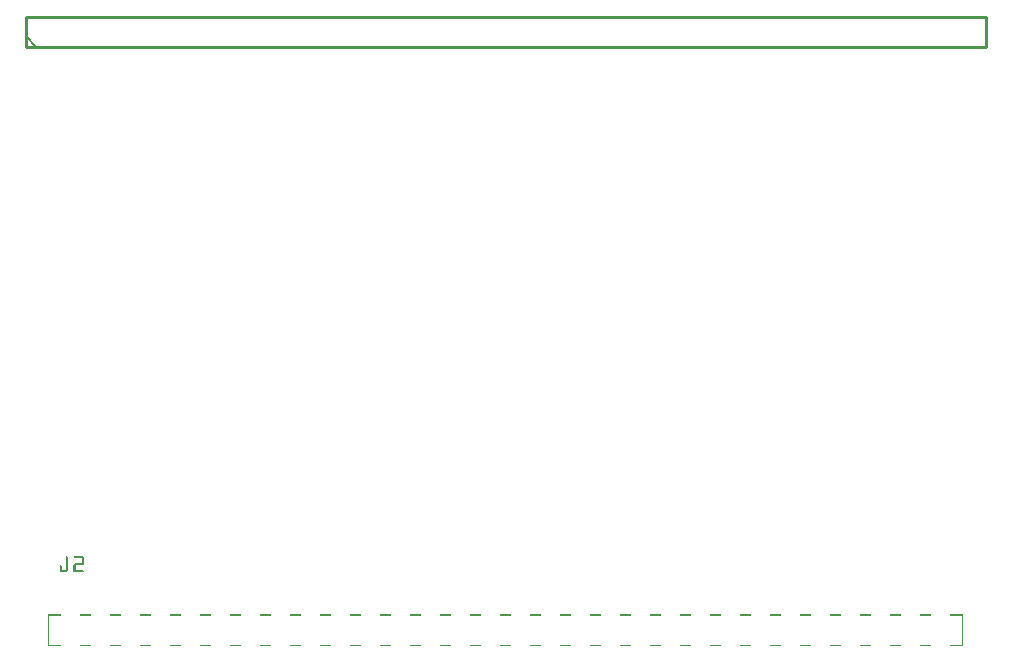
<source format=gto>
G04 MADE WITH FRITZING*
G04 WWW.FRITZING.ORG*
G04 DOUBLE SIDED*
G04 HOLES PLATED*
G04 CONTOUR ON CENTER OF CONTOUR VECTOR*
%ASAXBY*%
%FSLAX23Y23*%
%MOIN*%
%OFA0B0*%
%SFA1.0B1.0*%
%ADD10C,0.010000*%
%ADD11C,0.005000*%
%ADD12R,0.001000X0.001000*%
%LNSILK1*%
G90*
G70*
G54D10*
X171Y2086D02*
X3371Y2086D01*
D02*
X3371Y2086D02*
X3371Y2186D01*
D02*
X3371Y2186D02*
X171Y2186D01*
D02*
X171Y2186D02*
X171Y2086D01*
G54D11*
D02*
X206Y2086D02*
X171Y2121D01*
G54D12*
X307Y387D02*
X310Y387D01*
X333Y387D02*
X361Y387D01*
X306Y386D02*
X311Y386D01*
X332Y386D02*
X362Y386D01*
X306Y385D02*
X311Y385D01*
X331Y385D02*
X363Y385D01*
X305Y384D02*
X311Y384D01*
X331Y384D02*
X364Y384D01*
X305Y383D02*
X311Y383D01*
X332Y383D02*
X364Y383D01*
X305Y382D02*
X311Y382D01*
X332Y382D02*
X365Y382D01*
X305Y381D02*
X311Y381D01*
X333Y381D02*
X365Y381D01*
X305Y380D02*
X311Y380D01*
X359Y380D02*
X365Y380D01*
X305Y379D02*
X311Y379D01*
X359Y379D02*
X365Y379D01*
X305Y378D02*
X311Y378D01*
X359Y378D02*
X365Y378D01*
X305Y377D02*
X311Y377D01*
X359Y377D02*
X365Y377D01*
X305Y376D02*
X311Y376D01*
X359Y376D02*
X365Y376D01*
X305Y375D02*
X311Y375D01*
X359Y375D02*
X365Y375D01*
X305Y374D02*
X311Y374D01*
X359Y374D02*
X365Y374D01*
X305Y373D02*
X311Y373D01*
X359Y373D02*
X365Y373D01*
X305Y372D02*
X311Y372D01*
X359Y372D02*
X365Y372D01*
X305Y371D02*
X311Y371D01*
X359Y371D02*
X365Y371D01*
X305Y370D02*
X311Y370D01*
X359Y370D02*
X365Y370D01*
X305Y369D02*
X311Y369D01*
X359Y369D02*
X365Y369D01*
X305Y368D02*
X311Y368D01*
X359Y368D02*
X365Y368D01*
X305Y367D02*
X311Y367D01*
X359Y367D02*
X365Y367D01*
X305Y366D02*
X311Y366D01*
X359Y366D02*
X365Y366D01*
X305Y365D02*
X311Y365D01*
X359Y365D02*
X365Y365D01*
X305Y364D02*
X311Y364D01*
X358Y364D02*
X365Y364D01*
X305Y363D02*
X311Y363D01*
X335Y363D02*
X365Y363D01*
X305Y362D02*
X311Y362D01*
X334Y362D02*
X365Y362D01*
X305Y361D02*
X311Y361D01*
X333Y361D02*
X364Y361D01*
X305Y360D02*
X311Y360D01*
X332Y360D02*
X364Y360D01*
X305Y359D02*
X311Y359D01*
X332Y359D02*
X363Y359D01*
X287Y358D02*
X288Y358D01*
X305Y358D02*
X311Y358D01*
X331Y358D02*
X361Y358D01*
X286Y357D02*
X290Y357D01*
X305Y357D02*
X311Y357D01*
X331Y357D02*
X338Y357D01*
X285Y356D02*
X290Y356D01*
X305Y356D02*
X311Y356D01*
X331Y356D02*
X337Y356D01*
X285Y355D02*
X291Y355D01*
X305Y355D02*
X311Y355D01*
X331Y355D02*
X337Y355D01*
X285Y354D02*
X291Y354D01*
X305Y354D02*
X311Y354D01*
X331Y354D02*
X337Y354D01*
X285Y353D02*
X291Y353D01*
X305Y353D02*
X311Y353D01*
X331Y353D02*
X337Y353D01*
X285Y352D02*
X291Y352D01*
X305Y352D02*
X311Y352D01*
X331Y352D02*
X337Y352D01*
X285Y351D02*
X291Y351D01*
X305Y351D02*
X311Y351D01*
X331Y351D02*
X337Y351D01*
X285Y350D02*
X291Y350D01*
X305Y350D02*
X311Y350D01*
X331Y350D02*
X337Y350D01*
X285Y349D02*
X291Y349D01*
X305Y349D02*
X311Y349D01*
X331Y349D02*
X337Y349D01*
X285Y348D02*
X291Y348D01*
X305Y348D02*
X311Y348D01*
X331Y348D02*
X337Y348D01*
X285Y347D02*
X291Y347D01*
X305Y347D02*
X311Y347D01*
X331Y347D02*
X337Y347D01*
X285Y346D02*
X291Y346D01*
X305Y346D02*
X311Y346D01*
X331Y346D02*
X337Y346D01*
X285Y345D02*
X291Y345D01*
X305Y345D02*
X311Y345D01*
X331Y345D02*
X337Y345D01*
X285Y344D02*
X291Y344D01*
X305Y344D02*
X311Y344D01*
X331Y344D02*
X337Y344D01*
X285Y343D02*
X291Y343D01*
X305Y343D02*
X311Y343D01*
X331Y343D02*
X337Y343D01*
X285Y342D02*
X291Y342D01*
X305Y342D02*
X311Y342D01*
X331Y342D02*
X337Y342D01*
X285Y341D02*
X292Y341D01*
X304Y341D02*
X311Y341D01*
X331Y341D02*
X337Y341D01*
X286Y340D02*
X311Y340D01*
X331Y340D02*
X363Y340D01*
X286Y339D02*
X310Y339D01*
X331Y339D02*
X364Y339D01*
X287Y338D02*
X310Y338D01*
X331Y338D02*
X365Y338D01*
X287Y337D02*
X309Y337D01*
X331Y337D02*
X365Y337D01*
X288Y336D02*
X308Y336D01*
X331Y336D02*
X365Y336D01*
X290Y335D02*
X306Y335D01*
X331Y335D02*
X364Y335D01*
X292Y334D02*
X304Y334D01*
X331Y334D02*
X363Y334D01*
X245Y193D02*
X290Y193D01*
X352Y193D02*
X390Y193D01*
X452Y193D02*
X490Y193D01*
X552Y193D02*
X590Y193D01*
X652Y193D02*
X690Y193D01*
X752Y193D02*
X790Y193D01*
X852Y193D02*
X890Y193D01*
X952Y193D02*
X990Y193D01*
X1052Y193D02*
X1090Y193D01*
X1152Y193D02*
X1190Y193D01*
X1252Y193D02*
X1290Y193D01*
X1352Y193D02*
X1390Y193D01*
X1452Y193D02*
X1490Y193D01*
X1552Y193D02*
X1590Y193D01*
X1652Y193D02*
X1690Y193D01*
X1752Y193D02*
X1790Y193D01*
X1852Y193D02*
X1890Y193D01*
X1952Y193D02*
X1990Y193D01*
X2052Y193D02*
X2090Y193D01*
X2152Y193D02*
X2190Y193D01*
X2252Y193D02*
X2290Y193D01*
X2352Y193D02*
X2390Y193D01*
X2452Y193D02*
X2490Y193D01*
X2552Y193D02*
X2590Y193D01*
X2652Y193D02*
X2690Y193D01*
X2752Y193D02*
X2790Y193D01*
X2852Y193D02*
X2890Y193D01*
X2952Y193D02*
X2990Y193D01*
X3052Y193D02*
X3090Y193D01*
X3152Y193D02*
X3190Y193D01*
X3252Y193D02*
X3296Y193D01*
X245Y192D02*
X290Y192D01*
X352Y192D02*
X390Y192D01*
X452Y192D02*
X490Y192D01*
X552Y192D02*
X590Y192D01*
X652Y192D02*
X690Y192D01*
X752Y192D02*
X790Y192D01*
X852Y192D02*
X890Y192D01*
X952Y192D02*
X990Y192D01*
X1052Y192D02*
X1090Y192D01*
X1152Y192D02*
X1190Y192D01*
X1252Y192D02*
X1290Y192D01*
X1352Y192D02*
X1390Y192D01*
X1452Y192D02*
X1490Y192D01*
X1552Y192D02*
X1590Y192D01*
X1652Y192D02*
X1690Y192D01*
X1752Y192D02*
X1790Y192D01*
X1852Y192D02*
X1890Y192D01*
X1952Y192D02*
X1990Y192D01*
X2052Y192D02*
X2090Y192D01*
X2152Y192D02*
X2190Y192D01*
X2252Y192D02*
X2290Y192D01*
X2352Y192D02*
X2390Y192D01*
X2452Y192D02*
X2490Y192D01*
X2552Y192D02*
X2590Y192D01*
X2652Y192D02*
X2690Y192D01*
X2752Y192D02*
X2790Y192D01*
X2852Y192D02*
X2890Y192D01*
X2952Y192D02*
X2990Y192D01*
X3052Y192D02*
X3090Y192D01*
X3152Y192D02*
X3190Y192D01*
X3252Y192D02*
X3296Y192D01*
X245Y191D02*
X290Y191D01*
X352Y191D02*
X390Y191D01*
X452Y191D02*
X490Y191D01*
X552Y191D02*
X590Y191D01*
X652Y191D02*
X690Y191D01*
X752Y191D02*
X790Y191D01*
X852Y191D02*
X890Y191D01*
X952Y191D02*
X990Y191D01*
X1052Y191D02*
X1090Y191D01*
X1152Y191D02*
X1190Y191D01*
X1252Y191D02*
X1290Y191D01*
X1352Y191D02*
X1390Y191D01*
X1452Y191D02*
X1490Y191D01*
X1552Y191D02*
X1590Y191D01*
X1652Y191D02*
X1690Y191D01*
X1752Y191D02*
X1790Y191D01*
X1852Y191D02*
X1890Y191D01*
X1952Y191D02*
X1990Y191D01*
X2052Y191D02*
X2090Y191D01*
X2152Y191D02*
X2190Y191D01*
X2252Y191D02*
X2290Y191D01*
X2352Y191D02*
X2390Y191D01*
X2452Y191D02*
X2490Y191D01*
X2552Y191D02*
X2590Y191D01*
X2652Y191D02*
X2690Y191D01*
X2752Y191D02*
X2790Y191D01*
X2852Y191D02*
X2890Y191D01*
X2952Y191D02*
X2990Y191D01*
X3052Y191D02*
X3090Y191D01*
X3152Y191D02*
X3190Y191D01*
X3252Y191D02*
X3296Y191D01*
X245Y190D02*
X290Y190D01*
X352Y190D02*
X390Y190D01*
X452Y190D02*
X490Y190D01*
X552Y190D02*
X590Y190D01*
X652Y190D02*
X690Y190D01*
X752Y190D02*
X790Y190D01*
X852Y190D02*
X890Y190D01*
X952Y190D02*
X990Y190D01*
X1052Y190D02*
X1090Y190D01*
X1152Y190D02*
X1190Y190D01*
X1252Y190D02*
X1290Y190D01*
X1352Y190D02*
X1390Y190D01*
X1452Y190D02*
X1490Y190D01*
X1552Y190D02*
X1590Y190D01*
X1652Y190D02*
X1690Y190D01*
X1752Y190D02*
X1790Y190D01*
X1852Y190D02*
X1890Y190D01*
X1952Y190D02*
X1990Y190D01*
X2052Y190D02*
X2090Y190D01*
X2152Y190D02*
X2190Y190D01*
X2252Y190D02*
X2290Y190D01*
X2352Y190D02*
X2390Y190D01*
X2452Y190D02*
X2490Y190D01*
X2552Y190D02*
X2590Y190D01*
X2652Y190D02*
X2690Y190D01*
X2752Y190D02*
X2790Y190D01*
X2852Y190D02*
X2890Y190D01*
X2952Y190D02*
X2990Y190D01*
X3052Y190D02*
X3090Y190D01*
X3152Y190D02*
X3190Y190D01*
X3252Y190D02*
X3296Y190D01*
X245Y189D02*
X248Y189D01*
X3293Y189D02*
X3296Y189D01*
X245Y188D02*
X248Y188D01*
X3293Y188D02*
X3296Y188D01*
X245Y187D02*
X248Y187D01*
X3293Y187D02*
X3296Y187D01*
X245Y186D02*
X248Y186D01*
X3293Y186D02*
X3296Y186D01*
X245Y185D02*
X248Y185D01*
X3293Y185D02*
X3296Y185D01*
X245Y184D02*
X248Y184D01*
X3293Y184D02*
X3296Y184D01*
X245Y183D02*
X248Y183D01*
X3293Y183D02*
X3296Y183D01*
X245Y182D02*
X248Y182D01*
X3293Y182D02*
X3296Y182D01*
X245Y181D02*
X248Y181D01*
X3293Y181D02*
X3296Y181D01*
X245Y180D02*
X248Y180D01*
X3293Y180D02*
X3296Y180D01*
X245Y179D02*
X248Y179D01*
X3293Y179D02*
X3296Y179D01*
X245Y178D02*
X248Y178D01*
X3293Y178D02*
X3296Y178D01*
X245Y177D02*
X248Y177D01*
X3293Y177D02*
X3296Y177D01*
X245Y176D02*
X248Y176D01*
X3293Y176D02*
X3296Y176D01*
X245Y175D02*
X248Y175D01*
X3293Y175D02*
X3296Y175D01*
X245Y174D02*
X248Y174D01*
X3293Y174D02*
X3296Y174D01*
X245Y173D02*
X248Y173D01*
X3293Y173D02*
X3296Y173D01*
X245Y172D02*
X248Y172D01*
X3293Y172D02*
X3296Y172D01*
X245Y171D02*
X248Y171D01*
X3293Y171D02*
X3296Y171D01*
X245Y170D02*
X248Y170D01*
X3293Y170D02*
X3296Y170D01*
X245Y169D02*
X248Y169D01*
X3293Y169D02*
X3296Y169D01*
X245Y168D02*
X248Y168D01*
X3293Y168D02*
X3296Y168D01*
X245Y167D02*
X248Y167D01*
X3293Y167D02*
X3296Y167D01*
X245Y166D02*
X248Y166D01*
X3293Y166D02*
X3296Y166D01*
X245Y165D02*
X248Y165D01*
X3293Y165D02*
X3296Y165D01*
X245Y164D02*
X248Y164D01*
X3293Y164D02*
X3296Y164D01*
X245Y163D02*
X248Y163D01*
X3293Y163D02*
X3296Y163D01*
X245Y162D02*
X248Y162D01*
X3293Y162D02*
X3296Y162D01*
X245Y161D02*
X248Y161D01*
X3293Y161D02*
X3296Y161D01*
X245Y160D02*
X248Y160D01*
X3293Y160D02*
X3296Y160D01*
X245Y159D02*
X248Y159D01*
X3293Y159D02*
X3296Y159D01*
X245Y158D02*
X248Y158D01*
X3293Y158D02*
X3296Y158D01*
X245Y157D02*
X248Y157D01*
X3293Y157D02*
X3296Y157D01*
X245Y156D02*
X248Y156D01*
X3293Y156D02*
X3296Y156D01*
X245Y155D02*
X248Y155D01*
X3293Y155D02*
X3296Y155D01*
X245Y154D02*
X248Y154D01*
X3293Y154D02*
X3296Y154D01*
X245Y153D02*
X248Y153D01*
X3293Y153D02*
X3296Y153D01*
X245Y152D02*
X248Y152D01*
X3293Y152D02*
X3296Y152D01*
X245Y151D02*
X248Y151D01*
X3293Y151D02*
X3296Y151D01*
X245Y150D02*
X248Y150D01*
X3293Y150D02*
X3296Y150D01*
X245Y149D02*
X248Y149D01*
X3293Y149D02*
X3296Y149D01*
X245Y148D02*
X248Y148D01*
X3293Y148D02*
X3296Y148D01*
X245Y147D02*
X248Y147D01*
X3293Y147D02*
X3296Y147D01*
X245Y146D02*
X248Y146D01*
X3293Y146D02*
X3296Y146D01*
X245Y145D02*
X248Y145D01*
X3293Y145D02*
X3296Y145D01*
X245Y144D02*
X248Y144D01*
X3293Y144D02*
X3296Y144D01*
X245Y143D02*
X248Y143D01*
X3293Y143D02*
X3296Y143D01*
X245Y142D02*
X248Y142D01*
X3293Y142D02*
X3296Y142D01*
X245Y141D02*
X248Y141D01*
X3293Y141D02*
X3296Y141D01*
X245Y140D02*
X248Y140D01*
X3293Y140D02*
X3296Y140D01*
X245Y139D02*
X248Y139D01*
X3293Y139D02*
X3296Y139D01*
X245Y138D02*
X248Y138D01*
X3293Y138D02*
X3296Y138D01*
X245Y137D02*
X248Y137D01*
X3293Y137D02*
X3296Y137D01*
X245Y136D02*
X248Y136D01*
X3293Y136D02*
X3296Y136D01*
X245Y135D02*
X248Y135D01*
X3293Y135D02*
X3296Y135D01*
X245Y134D02*
X248Y134D01*
X3293Y134D02*
X3296Y134D01*
X245Y133D02*
X248Y133D01*
X3293Y133D02*
X3296Y133D01*
X245Y132D02*
X248Y132D01*
X3293Y132D02*
X3296Y132D01*
X245Y131D02*
X248Y131D01*
X3293Y131D02*
X3296Y131D01*
X245Y130D02*
X248Y130D01*
X3293Y130D02*
X3296Y130D01*
X245Y129D02*
X248Y129D01*
X3293Y129D02*
X3296Y129D01*
X245Y128D02*
X248Y128D01*
X3293Y128D02*
X3296Y128D01*
X245Y127D02*
X248Y127D01*
X3293Y127D02*
X3296Y127D01*
X245Y126D02*
X248Y126D01*
X3293Y126D02*
X3296Y126D01*
X245Y125D02*
X248Y125D01*
X3293Y125D02*
X3296Y125D01*
X245Y124D02*
X248Y124D01*
X3293Y124D02*
X3296Y124D01*
X245Y123D02*
X248Y123D01*
X3293Y123D02*
X3296Y123D01*
X245Y122D02*
X248Y122D01*
X3293Y122D02*
X3296Y122D01*
X245Y121D02*
X248Y121D01*
X3293Y121D02*
X3296Y121D01*
X245Y120D02*
X248Y120D01*
X3293Y120D02*
X3296Y120D01*
X245Y119D02*
X248Y119D01*
X3293Y119D02*
X3296Y119D01*
X245Y118D02*
X248Y118D01*
X3293Y118D02*
X3296Y118D01*
X245Y117D02*
X248Y117D01*
X3293Y117D02*
X3296Y117D01*
X245Y116D02*
X248Y116D01*
X3293Y116D02*
X3296Y116D01*
X245Y115D02*
X248Y115D01*
X3293Y115D02*
X3296Y115D01*
X245Y114D02*
X248Y114D01*
X3293Y114D02*
X3296Y114D01*
X245Y113D02*
X248Y113D01*
X3293Y113D02*
X3296Y113D01*
X245Y112D02*
X248Y112D01*
X3293Y112D02*
X3296Y112D01*
X245Y111D02*
X248Y111D01*
X3293Y111D02*
X3296Y111D01*
X245Y110D02*
X248Y110D01*
X3293Y110D02*
X3296Y110D01*
X245Y109D02*
X248Y109D01*
X3293Y109D02*
X3296Y109D01*
X245Y108D02*
X248Y108D01*
X3293Y108D02*
X3296Y108D01*
X245Y107D02*
X248Y107D01*
X3293Y107D02*
X3296Y107D01*
X245Y106D02*
X248Y106D01*
X3293Y106D02*
X3296Y106D01*
X245Y105D02*
X248Y105D01*
X3293Y105D02*
X3296Y105D01*
X245Y104D02*
X248Y104D01*
X3293Y104D02*
X3296Y104D01*
X245Y103D02*
X248Y103D01*
X3293Y103D02*
X3296Y103D01*
X245Y102D02*
X248Y102D01*
X3293Y102D02*
X3296Y102D01*
X245Y101D02*
X248Y101D01*
X3293Y101D02*
X3296Y101D01*
X245Y100D02*
X248Y100D01*
X3293Y100D02*
X3296Y100D01*
X245Y99D02*
X248Y99D01*
X3293Y99D02*
X3296Y99D01*
X245Y98D02*
X248Y98D01*
X3293Y98D02*
X3296Y98D01*
X245Y97D02*
X248Y97D01*
X3293Y97D02*
X3296Y97D01*
X245Y96D02*
X248Y96D01*
X3293Y96D02*
X3296Y96D01*
X245Y95D02*
X248Y95D01*
X3293Y95D02*
X3296Y95D01*
X245Y94D02*
X248Y94D01*
X3293Y94D02*
X3296Y94D01*
X245Y93D02*
X248Y93D01*
X3293Y93D02*
X3296Y93D01*
X245Y92D02*
X248Y92D01*
X3293Y92D02*
X3296Y92D01*
X245Y91D02*
X290Y91D01*
X352Y91D02*
X390Y91D01*
X452Y91D02*
X490Y91D01*
X552Y91D02*
X590Y91D01*
X652Y91D02*
X690Y91D01*
X752Y91D02*
X790Y91D01*
X852Y91D02*
X890Y91D01*
X952Y91D02*
X990Y91D01*
X1052Y91D02*
X1090Y91D01*
X1152Y91D02*
X1190Y91D01*
X1252Y91D02*
X1290Y91D01*
X1352Y91D02*
X1390Y91D01*
X1452Y91D02*
X1490Y91D01*
X1552Y91D02*
X1590Y91D01*
X1652Y91D02*
X1690Y91D01*
X1752Y91D02*
X1790Y91D01*
X1852Y91D02*
X1890Y91D01*
X1952Y91D02*
X1990Y91D01*
X2052Y91D02*
X2090Y91D01*
X2152Y91D02*
X2190Y91D01*
X2252Y91D02*
X2290Y91D01*
X2352Y91D02*
X2390Y91D01*
X2452Y91D02*
X2490Y91D01*
X2552Y91D02*
X2590Y91D01*
X2652Y91D02*
X2690Y91D01*
X2752Y91D02*
X2790Y91D01*
X2852Y91D02*
X2890Y91D01*
X2952Y91D02*
X2990Y91D01*
X3052Y91D02*
X3090Y91D01*
X3152Y91D02*
X3190Y91D01*
X3252Y91D02*
X3296Y91D01*
X245Y90D02*
X290Y90D01*
X352Y90D02*
X390Y90D01*
X452Y90D02*
X490Y90D01*
X552Y90D02*
X590Y90D01*
X652Y90D02*
X690Y90D01*
X752Y90D02*
X790Y90D01*
X852Y90D02*
X890Y90D01*
X952Y90D02*
X990Y90D01*
X1052Y90D02*
X1090Y90D01*
X1152Y90D02*
X1190Y90D01*
X1252Y90D02*
X1290Y90D01*
X1352Y90D02*
X1390Y90D01*
X1452Y90D02*
X1490Y90D01*
X1552Y90D02*
X1590Y90D01*
X1652Y90D02*
X1690Y90D01*
X1752Y90D02*
X1790Y90D01*
X1852Y90D02*
X1890Y90D01*
X1952Y90D02*
X1990Y90D01*
X2052Y90D02*
X2090Y90D01*
X2152Y90D02*
X2190Y90D01*
X2252Y90D02*
X2290Y90D01*
X2352Y90D02*
X2390Y90D01*
X2452Y90D02*
X2490Y90D01*
X2552Y90D02*
X2590Y90D01*
X2652Y90D02*
X2690Y90D01*
X2752Y90D02*
X2790Y90D01*
X2852Y90D02*
X2890Y90D01*
X2952Y90D02*
X2990Y90D01*
X3052Y90D02*
X3090Y90D01*
X3152Y90D02*
X3190Y90D01*
X3252Y90D02*
X3296Y90D01*
X245Y89D02*
X290Y89D01*
X352Y89D02*
X390Y89D01*
X452Y89D02*
X490Y89D01*
X552Y89D02*
X590Y89D01*
X652Y89D02*
X690Y89D01*
X752Y89D02*
X790Y89D01*
X852Y89D02*
X890Y89D01*
X952Y89D02*
X990Y89D01*
X1052Y89D02*
X1090Y89D01*
X1152Y89D02*
X1190Y89D01*
X1252Y89D02*
X1290Y89D01*
X1352Y89D02*
X1390Y89D01*
X1452Y89D02*
X1490Y89D01*
X1552Y89D02*
X1590Y89D01*
X1652Y89D02*
X1690Y89D01*
X1752Y89D02*
X1790Y89D01*
X1852Y89D02*
X1890Y89D01*
X1952Y89D02*
X1990Y89D01*
X2052Y89D02*
X2090Y89D01*
X2152Y89D02*
X2190Y89D01*
X2252Y89D02*
X2290Y89D01*
X2352Y89D02*
X2390Y89D01*
X2452Y89D02*
X2490Y89D01*
X2552Y89D02*
X2590Y89D01*
X2652Y89D02*
X2690Y89D01*
X2752Y89D02*
X2790Y89D01*
X2852Y89D02*
X2890Y89D01*
X2952Y89D02*
X2990Y89D01*
X3052Y89D02*
X3090Y89D01*
X3152Y89D02*
X3190Y89D01*
X3252Y89D02*
X3296Y89D01*
X245Y88D02*
X290Y88D01*
X352Y88D02*
X390Y88D01*
X452Y88D02*
X490Y88D01*
X552Y88D02*
X590Y88D01*
X652Y88D02*
X690Y88D01*
X752Y88D02*
X790Y88D01*
X852Y88D02*
X890Y88D01*
X952Y88D02*
X990Y88D01*
X1052Y88D02*
X1090Y88D01*
X1152Y88D02*
X1190Y88D01*
X1252Y88D02*
X1290Y88D01*
X1352Y88D02*
X1390Y88D01*
X1452Y88D02*
X1490Y88D01*
X1552Y88D02*
X1590Y88D01*
X1652Y88D02*
X1690Y88D01*
X1752Y88D02*
X1790Y88D01*
X1852Y88D02*
X1890Y88D01*
X1952Y88D02*
X1990Y88D01*
X2052Y88D02*
X2090Y88D01*
X2152Y88D02*
X2190Y88D01*
X2252Y88D02*
X2290Y88D01*
X2352Y88D02*
X2390Y88D01*
X2452Y88D02*
X2490Y88D01*
X2552Y88D02*
X2590Y88D01*
X2652Y88D02*
X2690Y88D01*
X2752Y88D02*
X2790Y88D01*
X2852Y88D02*
X2890Y88D01*
X2952Y88D02*
X2990Y88D01*
X3052Y88D02*
X3090Y88D01*
X3152Y88D02*
X3190Y88D01*
X3252Y88D02*
X3296Y88D01*
D02*
G04 End of Silk1*
M02*
</source>
